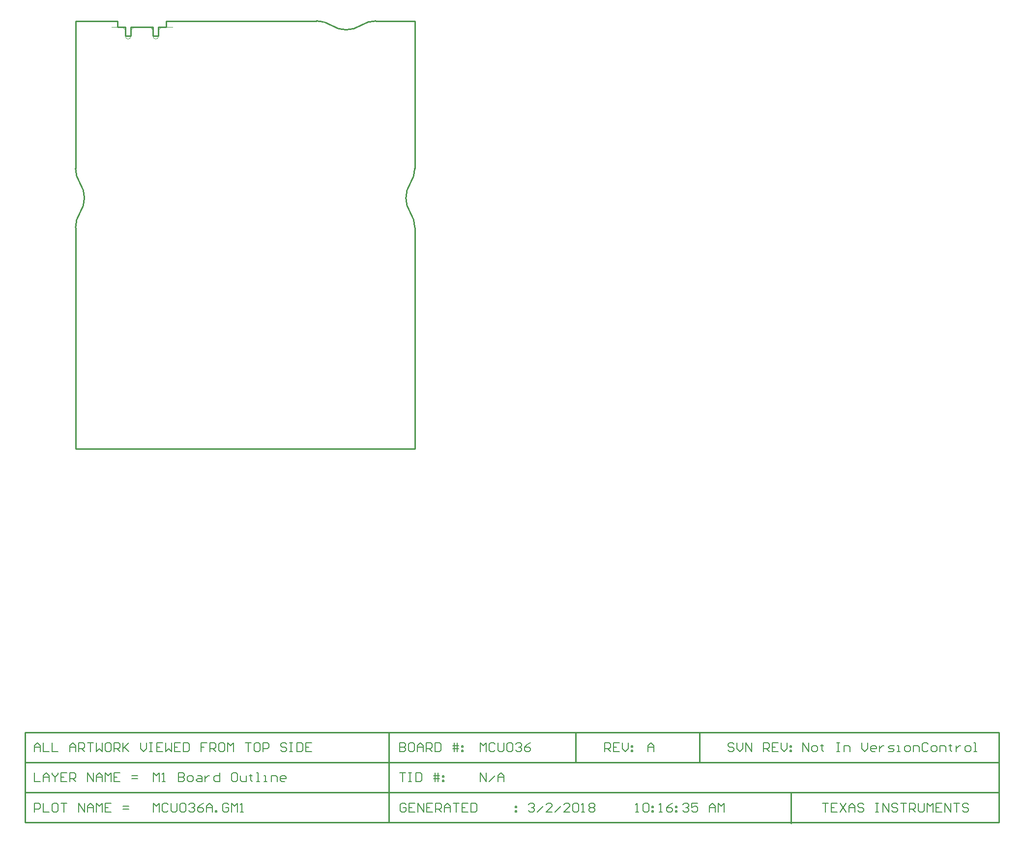
<source format=gm1>
G04 Layer_Color=11296232*
%FSAX25Y25*%
%MOIN*%
G70*
G01*
G75*
%ADD48C,0.01000*%
%ADD49C,0.00800*%
%ADD72C,0.00394*%
G54D48*
X0247700Y0580400D02*
G03*
X0237700Y0583400I-0010000J-0015167D01*
G01*
X0277700D02*
G03*
X0267700Y0580400I0000000J-0018167D01*
G01*
X0247700Y0580400D02*
G03*
X0267700Y0580400I0010000J0015167D01*
G01*
X0077200Y0453400D02*
G03*
X0077200Y0473400I-0015167J0010000D01*
G01*
X0074200Y0483400D02*
G03*
X0077200Y0473400I0018167J0000000D01*
G01*
X0077200Y0453400D02*
G03*
X0074200Y0443400I0015167J-0010000D01*
G01*
X0301200Y0473400D02*
G03*
X0301200Y0453400I0015167J-0010000D01*
G01*
X0304200Y0443400D02*
G03*
X0301200Y0453400I-0018167J0000000D01*
G01*
X0301200Y0473400D02*
G03*
X0304200Y0483400I-0015167J0010000D01*
G01*
Y0293400D02*
Y0443400D01*
X0135700Y0583400D02*
X0237700D01*
X0074200Y0293400D02*
Y0443400D01*
Y0293400D02*
X0304200D01*
X0277700Y0583400D02*
X0304200D01*
X0074200Y0483400D02*
Y0583400D01*
X0304200Y0483400D02*
Y0583400D01*
X0102700Y0579400D02*
Y0583400D01*
X0108000Y0573400D02*
Y0579400D01*
X0102700D02*
X0108000D01*
Y0573400D02*
X0111700D01*
Y0579400D01*
X0126700D01*
Y0573400D02*
Y0579400D01*
Y0573400D02*
X0130400D01*
Y0579400D01*
X0135700D01*
Y0583400D01*
X0074200D02*
X0102700D01*
X0559400Y0039400D02*
Y0059683D01*
X0440500Y0040050D02*
X0700200D01*
Y0101050D01*
X0286500Y0040050D02*
Y0101050D01*
X0040000Y0040050D02*
Y0101050D01*
X0040050Y0040050D02*
X0197600D01*
X0040050D02*
Y0101050D01*
Y0101050D02*
X0700200D01*
X0040000Y0040050D02*
X0440500D01*
X0040000Y0060383D02*
X0700000D01*
X0040000Y0080717D02*
X0700200D01*
X0413200D02*
Y0101050D01*
X0497200Y0080717D02*
Y0101050D01*
G54D49*
X0126900Y0067551D02*
Y0073549D01*
X0128899Y0071549D01*
X0130899Y0073549D01*
Y0067551D01*
X0132898D02*
X0134897D01*
X0133898D01*
Y0073549D01*
X0132898Y0072549D01*
X0143895Y0073549D02*
Y0067551D01*
X0146894D01*
X0147893Y0068550D01*
Y0069550D01*
X0146894Y0070550D01*
X0143895D01*
X0146894D01*
X0147893Y0071549D01*
Y0072549D01*
X0146894Y0073549D01*
X0143895D01*
X0150892Y0067551D02*
X0152892D01*
X0153891Y0068550D01*
Y0070550D01*
X0152892Y0071549D01*
X0150892D01*
X0149893Y0070550D01*
Y0068550D01*
X0150892Y0067551D01*
X0156890Y0071549D02*
X0158890D01*
X0159889Y0070550D01*
Y0067551D01*
X0156890D01*
X0155891Y0068550D01*
X0156890Y0069550D01*
X0159889D01*
X0161889Y0071549D02*
Y0067551D01*
Y0069550D01*
X0162888Y0070550D01*
X0163888Y0071549D01*
X0164888D01*
X0171885Y0073549D02*
Y0067551D01*
X0168886D01*
X0167887Y0068550D01*
Y0070550D01*
X0168886Y0071549D01*
X0171885D01*
X0182882Y0073549D02*
X0180883D01*
X0179883Y0072549D01*
Y0068550D01*
X0180883Y0067551D01*
X0182882D01*
X0183882Y0068550D01*
Y0072549D01*
X0182882Y0073549D01*
X0185881Y0071549D02*
Y0068550D01*
X0186881Y0067551D01*
X0189880D01*
Y0071549D01*
X0192879Y0072549D02*
Y0071549D01*
X0191879D01*
X0193878D01*
X0192879D01*
Y0068550D01*
X0193878Y0067551D01*
X0196877D02*
X0198877D01*
X0197877D01*
Y0073549D01*
X0196877D01*
X0201876Y0067551D02*
X0203875D01*
X0202875D01*
Y0071549D01*
X0201876D01*
X0206874Y0067551D02*
Y0071549D01*
X0209873D01*
X0210873Y0070550D01*
Y0067551D01*
X0215871D02*
X0213872D01*
X0212872Y0068550D01*
Y0070550D01*
X0213872Y0071549D01*
X0215871D01*
X0216871Y0070550D01*
Y0069550D01*
X0212872D01*
X0348550Y0067500D02*
Y0073498D01*
X0352549Y0067500D01*
Y0073498D01*
X0354548Y0067500D02*
X0358547Y0071499D01*
X0360546Y0067500D02*
Y0071499D01*
X0362545Y0073498D01*
X0364545Y0071499D01*
Y0067500D01*
Y0070499D01*
X0360546D01*
X0294000Y0073498D02*
X0297999D01*
X0295999D01*
Y0067500D01*
X0299998Y0073498D02*
X0301997D01*
X0300998D01*
Y0067500D01*
X0299998D01*
X0301997D01*
X0304996Y0073498D02*
Y0067500D01*
X0307996D01*
X0308995Y0068500D01*
Y0072498D01*
X0307996Y0073498D01*
X0304996D01*
X0317992Y0067500D02*
Y0073498D01*
X0319992D02*
Y0067500D01*
X0316993Y0071499D02*
X0319992D01*
X0320991D01*
X0316993Y0069499D02*
X0320991D01*
X0322991Y0071499D02*
X0323990D01*
Y0070499D01*
X0322991D01*
Y0071499D01*
Y0068500D02*
X0323990D01*
Y0067500D01*
X0322991D01*
Y0068500D01*
X0580500Y0052965D02*
X0584499D01*
X0582499D01*
Y0046966D01*
X0590497Y0052965D02*
X0586498D01*
Y0046966D01*
X0590497D01*
X0586498Y0049966D02*
X0588497D01*
X0592496Y0052965D02*
X0596495Y0046966D01*
Y0052965D02*
X0592496Y0046966D01*
X0598494D02*
Y0050965D01*
X0600493Y0052965D01*
X0602493Y0050965D01*
Y0046966D01*
Y0049966D01*
X0598494D01*
X0608491Y0051965D02*
X0607491Y0052965D01*
X0605492D01*
X0604492Y0051965D01*
Y0050965D01*
X0605492Y0049966D01*
X0607491D01*
X0608491Y0048966D01*
Y0047966D01*
X0607491Y0046966D01*
X0605492D01*
X0604492Y0047966D01*
X0616488Y0052965D02*
X0618488D01*
X0617488D01*
Y0046966D01*
X0616488D01*
X0618488D01*
X0621487D02*
Y0052965D01*
X0625486Y0046966D01*
Y0052965D01*
X0631484Y0051965D02*
X0630484Y0052965D01*
X0628484D01*
X0627485Y0051965D01*
Y0050965D01*
X0628484Y0049966D01*
X0630484D01*
X0631484Y0048966D01*
Y0047966D01*
X0630484Y0046966D01*
X0628484D01*
X0627485Y0047966D01*
X0633483Y0052965D02*
X0637482D01*
X0635482D01*
Y0046966D01*
X0639481D02*
Y0052965D01*
X0642480D01*
X0643480Y0051965D01*
Y0049966D01*
X0642480Y0048966D01*
X0639481D01*
X0641480D02*
X0643480Y0046966D01*
X0645479Y0052965D02*
Y0047966D01*
X0646479Y0046966D01*
X0648478D01*
X0649478Y0047966D01*
Y0052965D01*
X0651477Y0046966D02*
Y0052965D01*
X0653476Y0050965D01*
X0655476Y0052965D01*
Y0046966D01*
X0661474Y0052965D02*
X0657475D01*
Y0046966D01*
X0661474D01*
X0657475Y0049966D02*
X0659474D01*
X0663473Y0046966D02*
Y0052965D01*
X0667472Y0046966D01*
Y0052965D01*
X0669471D02*
X0673470D01*
X0671471D01*
Y0046966D01*
X0679468Y0051965D02*
X0678468Y0052965D01*
X0676469D01*
X0675469Y0051965D01*
Y0050965D01*
X0676469Y0049966D01*
X0678468D01*
X0679468Y0048966D01*
Y0047966D01*
X0678468Y0046966D01*
X0676469D01*
X0675469Y0047966D01*
X0454050Y0046966D02*
X0456049D01*
X0455050D01*
Y0052965D01*
X0454050Y0051965D01*
X0459048D02*
X0460048Y0052965D01*
X0462047D01*
X0463047Y0051965D01*
Y0047966D01*
X0462047Y0046966D01*
X0460048D01*
X0459048Y0047966D01*
Y0051965D01*
X0465046Y0050965D02*
X0466046D01*
Y0049966D01*
X0465046D01*
Y0050965D01*
Y0047966D02*
X0466046D01*
Y0046966D01*
X0465046D01*
Y0047966D01*
X0470045Y0046966D02*
X0472044D01*
X0471044D01*
Y0052965D01*
X0470045Y0051965D01*
X0479042Y0052965D02*
X0477043Y0051965D01*
X0475043Y0049966D01*
Y0047966D01*
X0476043Y0046966D01*
X0478042D01*
X0479042Y0047966D01*
Y0048966D01*
X0478042Y0049966D01*
X0475043D01*
X0481041Y0050965D02*
X0482041D01*
Y0049966D01*
X0481041D01*
Y0050965D01*
Y0047966D02*
X0482041D01*
Y0046966D01*
X0481041D01*
Y0047966D01*
X0486040Y0051965D02*
X0487039Y0052965D01*
X0489039D01*
X0490038Y0051965D01*
Y0050965D01*
X0489039Y0049966D01*
X0488039D01*
X0489039D01*
X0490038Y0048966D01*
Y0047966D01*
X0489039Y0046966D01*
X0487039D01*
X0486040Y0047966D01*
X0496036Y0052965D02*
X0492038D01*
Y0049966D01*
X0494037Y0050965D01*
X0495037D01*
X0496036Y0049966D01*
Y0047966D01*
X0495037Y0046966D01*
X0493037D01*
X0492038Y0047966D01*
X0504034Y0046966D02*
Y0050965D01*
X0506033Y0052965D01*
X0508033Y0050965D01*
Y0046966D01*
Y0049966D01*
X0504034D01*
X0510032Y0046966D02*
Y0052965D01*
X0512031Y0050965D01*
X0514031Y0052965D01*
Y0046966D01*
X0046350D02*
Y0052965D01*
X0049349D01*
X0050349Y0051965D01*
Y0049966D01*
X0049349Y0048966D01*
X0046350D01*
X0052348Y0052965D02*
Y0046966D01*
X0056347D01*
X0061345Y0052965D02*
X0059346D01*
X0058346Y0051965D01*
Y0047966D01*
X0059346Y0046966D01*
X0061345D01*
X0062345Y0047966D01*
Y0051965D01*
X0061345Y0052965D01*
X0064344D02*
X0068343D01*
X0066343D01*
Y0046966D01*
X0076340D02*
Y0052965D01*
X0080339Y0046966D01*
Y0052965D01*
X0082338Y0046966D02*
Y0050965D01*
X0084338Y0052965D01*
X0086337Y0050965D01*
Y0046966D01*
Y0049966D01*
X0082338D01*
X0088336Y0046966D02*
Y0052965D01*
X0090336Y0050965D01*
X0092335Y0052965D01*
Y0046966D01*
X0098333Y0052965D02*
X0094335D01*
Y0046966D01*
X0098333D01*
X0094335Y0049966D02*
X0096334D01*
X0106331Y0048966D02*
X0110329D01*
X0106331Y0050965D02*
X0110329D01*
X0046350Y0073549D02*
Y0067551D01*
X0050349D01*
X0052348D02*
Y0071549D01*
X0054347Y0073549D01*
X0056347Y0071549D01*
Y0067551D01*
Y0070550D01*
X0052348D01*
X0058346Y0073549D02*
Y0072549D01*
X0060346Y0070550D01*
X0062345Y0072549D01*
Y0073549D01*
X0060346Y0070550D02*
Y0067551D01*
X0068343Y0073549D02*
X0064344D01*
Y0067551D01*
X0068343D01*
X0064344Y0070550D02*
X0066343D01*
X0070342Y0067551D02*
Y0073549D01*
X0073341D01*
X0074341Y0072549D01*
Y0070550D01*
X0073341Y0069550D01*
X0070342D01*
X0072342D02*
X0074341Y0067551D01*
X0082338D02*
Y0073549D01*
X0086337Y0067551D01*
Y0073549D01*
X0088336Y0067551D02*
Y0071549D01*
X0090336Y0073549D01*
X0092335Y0071549D01*
Y0067551D01*
Y0070550D01*
X0088336D01*
X0094335Y0067551D02*
Y0073549D01*
X0096334Y0071549D01*
X0098333Y0073549D01*
Y0067551D01*
X0104331Y0073549D02*
X0100332D01*
Y0067551D01*
X0104331D01*
X0100332Y0070550D02*
X0102332D01*
X0112329Y0069550D02*
X0116327D01*
X0112329Y0071549D02*
X0116327D01*
X0294000Y0093831D02*
Y0087833D01*
X0296999D01*
X0297999Y0088833D01*
Y0089833D01*
X0296999Y0090832D01*
X0294000D01*
X0296999D01*
X0297999Y0091832D01*
Y0092832D01*
X0296999Y0093831D01*
X0294000D01*
X0302997D02*
X0300998D01*
X0299998Y0092832D01*
Y0088833D01*
X0300998Y0087833D01*
X0302997D01*
X0303997Y0088833D01*
Y0092832D01*
X0302997Y0093831D01*
X0305996Y0087833D02*
Y0091832D01*
X0307996Y0093831D01*
X0309995Y0091832D01*
Y0087833D01*
Y0090832D01*
X0305996D01*
X0311994Y0087833D02*
Y0093831D01*
X0314993D01*
X0315993Y0092832D01*
Y0090832D01*
X0314993Y0089833D01*
X0311994D01*
X0313994D02*
X0315993Y0087833D01*
X0317992Y0093831D02*
Y0087833D01*
X0320991D01*
X0321991Y0088833D01*
Y0092832D01*
X0320991Y0093831D01*
X0317992D01*
X0330988Y0087833D02*
Y0093831D01*
X0332987D02*
Y0087833D01*
X0329988Y0091832D02*
X0332987D01*
X0333987D01*
X0329988Y0089833D02*
X0333987D01*
X0335986Y0091832D02*
X0336986D01*
Y0090832D01*
X0335986D01*
Y0091832D01*
Y0088833D02*
X0336986D01*
Y0087833D01*
X0335986D01*
Y0088833D01*
X0348550Y0087833D02*
Y0093831D01*
X0350549Y0091832D01*
X0352549Y0093831D01*
Y0087833D01*
X0358547Y0092832D02*
X0357547Y0093831D01*
X0355548D01*
X0354548Y0092832D01*
Y0088833D01*
X0355548Y0087833D01*
X0357547D01*
X0358547Y0088833D01*
X0360546Y0093831D02*
Y0088833D01*
X0361546Y0087833D01*
X0363545D01*
X0364545Y0088833D01*
Y0093831D01*
X0366544Y0092832D02*
X0367544Y0093831D01*
X0369543D01*
X0370543Y0092832D01*
Y0088833D01*
X0369543Y0087833D01*
X0367544D01*
X0366544Y0088833D01*
Y0092832D01*
X0372542D02*
X0373542Y0093831D01*
X0375541D01*
X0376541Y0092832D01*
Y0091832D01*
X0375541Y0090832D01*
X0374542D01*
X0375541D01*
X0376541Y0089833D01*
Y0088833D01*
X0375541Y0087833D01*
X0373542D01*
X0372542Y0088833D01*
X0382539Y0093831D02*
X0380540Y0092832D01*
X0378540Y0090832D01*
Y0088833D01*
X0379540Y0087833D01*
X0381539D01*
X0382539Y0088833D01*
Y0089833D01*
X0381539Y0090832D01*
X0378540D01*
X0462150Y0087833D02*
Y0091832D01*
X0464149Y0093831D01*
X0466149Y0091832D01*
Y0087833D01*
Y0090832D01*
X0462150D01*
X0046350Y0087833D02*
Y0091832D01*
X0048349Y0093831D01*
X0050349Y0091832D01*
Y0087833D01*
Y0090832D01*
X0046350D01*
X0052348Y0093831D02*
Y0087833D01*
X0056347D01*
X0058346Y0093831D02*
Y0087833D01*
X0062345D01*
X0070342D02*
Y0091832D01*
X0072342Y0093831D01*
X0074341Y0091832D01*
Y0087833D01*
Y0090832D01*
X0070342D01*
X0076340Y0087833D02*
Y0093831D01*
X0079339D01*
X0080339Y0092832D01*
Y0090832D01*
X0079339Y0089833D01*
X0076340D01*
X0078340D02*
X0080339Y0087833D01*
X0082338Y0093831D02*
X0086337D01*
X0084338D01*
Y0087833D01*
X0088336Y0093831D02*
Y0087833D01*
X0090336Y0089833D01*
X0092335Y0087833D01*
Y0093831D01*
X0097334D02*
X0095334D01*
X0094335Y0092832D01*
Y0088833D01*
X0095334Y0087833D01*
X0097334D01*
X0098333Y0088833D01*
Y0092832D01*
X0097334Y0093831D01*
X0100332Y0087833D02*
Y0093831D01*
X0103332D01*
X0104331Y0092832D01*
Y0090832D01*
X0103332Y0089833D01*
X0100332D01*
X0102332D02*
X0104331Y0087833D01*
X0106331Y0093831D02*
Y0087833D01*
Y0089833D01*
X0110329Y0093831D01*
X0107330Y0090832D01*
X0110329Y0087833D01*
X0118327Y0093831D02*
Y0089833D01*
X0120326Y0087833D01*
X0122325Y0089833D01*
Y0093831D01*
X0124325D02*
X0126324D01*
X0125324D01*
Y0087833D01*
X0124325D01*
X0126324D01*
X0133322Y0093831D02*
X0129323D01*
Y0087833D01*
X0133322D01*
X0129323Y0090832D02*
X0131323D01*
X0135321Y0093831D02*
Y0087833D01*
X0137321Y0089833D01*
X0139320Y0087833D01*
Y0093831D01*
X0145318D02*
X0141319D01*
Y0087833D01*
X0145318D01*
X0141319Y0090832D02*
X0143319D01*
X0147317Y0093831D02*
Y0087833D01*
X0150316D01*
X0151316Y0088833D01*
Y0092832D01*
X0150316Y0093831D01*
X0147317D01*
X0163312D02*
X0159313D01*
Y0090832D01*
X0161313D01*
X0159313D01*
Y0087833D01*
X0165312D02*
Y0093831D01*
X0168310D01*
X0169310Y0092832D01*
Y0090832D01*
X0168310Y0089833D01*
X0165312D01*
X0167311D02*
X0169310Y0087833D01*
X0174309Y0093831D02*
X0172309D01*
X0171310Y0092832D01*
Y0088833D01*
X0172309Y0087833D01*
X0174309D01*
X0175308Y0088833D01*
Y0092832D01*
X0174309Y0093831D01*
X0177308Y0087833D02*
Y0093831D01*
X0179307Y0091832D01*
X0181306Y0093831D01*
Y0087833D01*
X0189304Y0093831D02*
X0193303D01*
X0191303D01*
Y0087833D01*
X0198301Y0093831D02*
X0196301D01*
X0195302Y0092832D01*
Y0088833D01*
X0196301Y0087833D01*
X0198301D01*
X0199301Y0088833D01*
Y0092832D01*
X0198301Y0093831D01*
X0201300Y0087833D02*
Y0093831D01*
X0204299D01*
X0205299Y0092832D01*
Y0090832D01*
X0204299Y0089833D01*
X0201300D01*
X0217295Y0092832D02*
X0216295Y0093831D01*
X0214296D01*
X0213296Y0092832D01*
Y0091832D01*
X0214296Y0090832D01*
X0216295D01*
X0217295Y0089833D01*
Y0088833D01*
X0216295Y0087833D01*
X0214296D01*
X0213296Y0088833D01*
X0219294Y0093831D02*
X0221293D01*
X0220294D01*
Y0087833D01*
X0219294D01*
X0221293D01*
X0224292Y0093831D02*
Y0087833D01*
X0227291D01*
X0228291Y0088833D01*
Y0092832D01*
X0227291Y0093831D01*
X0224292D01*
X0234289D02*
X0230291D01*
Y0087833D01*
X0234289D01*
X0230291Y0090832D02*
X0232290D01*
X0298199Y0051965D02*
X0297199Y0052965D01*
X0295200D01*
X0294200Y0051965D01*
Y0047966D01*
X0295200Y0046966D01*
X0297199D01*
X0298199Y0047966D01*
Y0049966D01*
X0296199D01*
X0304197Y0052965D02*
X0300198D01*
Y0046966D01*
X0304197D01*
X0300198Y0049966D02*
X0302197D01*
X0306196Y0046966D02*
Y0052965D01*
X0310195Y0046966D01*
Y0052965D01*
X0316193D02*
X0312194D01*
Y0046966D01*
X0316193D01*
X0312194Y0049966D02*
X0314194D01*
X0318192Y0046966D02*
Y0052965D01*
X0321191D01*
X0322191Y0051965D01*
Y0049966D01*
X0321191Y0048966D01*
X0318192D01*
X0320192D02*
X0322191Y0046966D01*
X0324190D02*
Y0050965D01*
X0326190Y0052965D01*
X0328189Y0050965D01*
Y0046966D01*
Y0049966D01*
X0324190D01*
X0330188Y0052965D02*
X0334187D01*
X0332188D01*
Y0046966D01*
X0340185Y0052965D02*
X0336186D01*
Y0046966D01*
X0340185D01*
X0336186Y0049966D02*
X0338186D01*
X0342184Y0052965D02*
Y0046966D01*
X0345183D01*
X0346183Y0047966D01*
Y0051965D01*
X0345183Y0052965D01*
X0342184D01*
X0372175Y0050965D02*
X0373175D01*
Y0049966D01*
X0372175D01*
Y0050965D01*
Y0047966D02*
X0373175D01*
Y0046966D01*
X0372175D01*
Y0047966D01*
X0381150Y0051965D02*
X0382150Y0052965D01*
X0384149D01*
X0385149Y0051965D01*
Y0050965D01*
X0384149Y0049966D01*
X0383149D01*
X0384149D01*
X0385149Y0048966D01*
Y0047966D01*
X0384149Y0046966D01*
X0382150D01*
X0381150Y0047966D01*
X0387148Y0046966D02*
X0391147Y0050965D01*
X0397145Y0046966D02*
X0393146D01*
X0397145Y0050965D01*
Y0051965D01*
X0396145Y0052965D01*
X0394146D01*
X0393146Y0051965D01*
X0399144Y0046966D02*
X0403143Y0050965D01*
X0409141Y0046966D02*
X0405142D01*
X0409141Y0050965D01*
Y0051965D01*
X0408141Y0052965D01*
X0406142D01*
X0405142Y0051965D01*
X0411140D02*
X0412140Y0052965D01*
X0414139D01*
X0415139Y0051965D01*
Y0047966D01*
X0414139Y0046966D01*
X0412140D01*
X0411140Y0047966D01*
Y0051965D01*
X0417138Y0046966D02*
X0419138D01*
X0418138D01*
Y0052965D01*
X0417138Y0051965D01*
X0422137D02*
X0423136Y0052965D01*
X0425136D01*
X0426135Y0051965D01*
Y0050965D01*
X0425136Y0049966D01*
X0426135Y0048966D01*
Y0047966D01*
X0425136Y0046966D01*
X0423136D01*
X0422137Y0047966D01*
Y0048966D01*
X0423136Y0049966D01*
X0422137Y0050965D01*
Y0051965D01*
X0423136Y0049966D02*
X0425136D01*
X0126900Y0046966D02*
Y0052965D01*
X0128899Y0050965D01*
X0130899Y0052965D01*
Y0046966D01*
X0136897Y0051965D02*
X0135897Y0052965D01*
X0133898D01*
X0132898Y0051965D01*
Y0047966D01*
X0133898Y0046966D01*
X0135897D01*
X0136897Y0047966D01*
X0138896Y0052965D02*
Y0047966D01*
X0139896Y0046966D01*
X0141895D01*
X0142895Y0047966D01*
Y0052965D01*
X0144894Y0051965D02*
X0145894Y0052965D01*
X0147893D01*
X0148893Y0051965D01*
Y0047966D01*
X0147893Y0046966D01*
X0145894D01*
X0144894Y0047966D01*
Y0051965D01*
X0150892D02*
X0151892Y0052965D01*
X0153891D01*
X0154891Y0051965D01*
Y0050965D01*
X0153891Y0049966D01*
X0152892D01*
X0153891D01*
X0154891Y0048966D01*
Y0047966D01*
X0153891Y0046966D01*
X0151892D01*
X0150892Y0047966D01*
X0160889Y0052965D02*
X0158890Y0051965D01*
X0156890Y0049966D01*
Y0047966D01*
X0157890Y0046966D01*
X0159889D01*
X0160889Y0047966D01*
Y0048966D01*
X0159889Y0049966D01*
X0156890D01*
X0162888Y0046966D02*
Y0050965D01*
X0164888Y0052965D01*
X0166887Y0050965D01*
Y0046966D01*
Y0049966D01*
X0162888D01*
X0168886Y0046966D02*
Y0047966D01*
X0169886D01*
Y0046966D01*
X0168886D01*
X0177884Y0051965D02*
X0176884Y0052965D01*
X0174884D01*
X0173885Y0051965D01*
Y0047966D01*
X0174884Y0046966D01*
X0176884D01*
X0177884Y0047966D01*
Y0049966D01*
X0175884D01*
X0179883Y0046966D02*
Y0052965D01*
X0181882Y0050965D01*
X0183882Y0052965D01*
Y0046966D01*
X0185881D02*
X0187880D01*
X0186881D01*
Y0052965D01*
X0185881Y0051965D01*
X0433000Y0087833D02*
Y0093831D01*
X0435999D01*
X0436999Y0092832D01*
Y0090832D01*
X0435999Y0089833D01*
X0433000D01*
X0434999D02*
X0436999Y0087833D01*
X0442997Y0093831D02*
X0438998D01*
Y0087833D01*
X0442997D01*
X0438998Y0090832D02*
X0440997D01*
X0444996Y0093831D02*
Y0089833D01*
X0446995Y0087833D01*
X0448995Y0089833D01*
Y0093831D01*
X0450994Y0091832D02*
X0451994D01*
Y0090832D01*
X0450994D01*
Y0091832D01*
Y0088833D02*
X0451994D01*
Y0087833D01*
X0450994D01*
Y0088833D01*
X0520799Y0092832D02*
X0519799Y0093831D01*
X0517800D01*
X0516800Y0092832D01*
Y0091832D01*
X0517800Y0090832D01*
X0519799D01*
X0520799Y0089833D01*
Y0088833D01*
X0519799Y0087833D01*
X0517800D01*
X0516800Y0088833D01*
X0522798Y0093831D02*
Y0089833D01*
X0524797Y0087833D01*
X0526797Y0089833D01*
Y0093831D01*
X0528796Y0087833D02*
Y0093831D01*
X0532795Y0087833D01*
Y0093831D01*
X0540792Y0087833D02*
Y0093831D01*
X0543791D01*
X0544791Y0092832D01*
Y0090832D01*
X0543791Y0089833D01*
X0540792D01*
X0542792D02*
X0544791Y0087833D01*
X0550789Y0093831D02*
X0546790D01*
Y0087833D01*
X0550789D01*
X0546790Y0090832D02*
X0548790D01*
X0552788Y0093831D02*
Y0089833D01*
X0554788Y0087833D01*
X0556787Y0089833D01*
Y0093831D01*
X0558786Y0091832D02*
X0559786D01*
Y0090832D01*
X0558786D01*
Y0091832D01*
Y0088833D02*
X0559786D01*
Y0087833D01*
X0558786D01*
Y0088833D01*
X0567400Y0087833D02*
Y0093831D01*
X0571399Y0087833D01*
Y0093831D01*
X0574398Y0087833D02*
X0576397D01*
X0577397Y0088833D01*
Y0090832D01*
X0576397Y0091832D01*
X0574398D01*
X0573398Y0090832D01*
Y0088833D01*
X0574398Y0087833D01*
X0580396Y0092832D02*
Y0091832D01*
X0579396D01*
X0581395D01*
X0580396D01*
Y0088833D01*
X0581395Y0087833D01*
X0590393Y0093831D02*
X0592392D01*
X0591392D01*
Y0087833D01*
X0590393D01*
X0592392D01*
X0595391D02*
Y0091832D01*
X0598390D01*
X0599390Y0090832D01*
Y0087833D01*
X0607387Y0093831D02*
Y0089833D01*
X0609386Y0087833D01*
X0611386Y0089833D01*
Y0093831D01*
X0616384Y0087833D02*
X0614385D01*
X0613385Y0088833D01*
Y0090832D01*
X0614385Y0091832D01*
X0616384D01*
X0617384Y0090832D01*
Y0089833D01*
X0613385D01*
X0619383Y0091832D02*
Y0087833D01*
Y0089833D01*
X0620383Y0090832D01*
X0621383Y0091832D01*
X0622382D01*
X0625381Y0087833D02*
X0628380D01*
X0629380Y0088833D01*
X0628380Y0089833D01*
X0626381D01*
X0625381Y0090832D01*
X0626381Y0091832D01*
X0629380D01*
X0631379Y0087833D02*
X0633379D01*
X0632379D01*
Y0091832D01*
X0631379D01*
X0637377Y0087833D02*
X0639377D01*
X0640376Y0088833D01*
Y0090832D01*
X0639377Y0091832D01*
X0637377D01*
X0636378Y0090832D01*
Y0088833D01*
X0637377Y0087833D01*
X0642376D02*
Y0091832D01*
X0645375D01*
X0646374Y0090832D01*
Y0087833D01*
X0652373Y0092832D02*
X0651373Y0093831D01*
X0649373D01*
X0648374Y0092832D01*
Y0088833D01*
X0649373Y0087833D01*
X0651373D01*
X0652373Y0088833D01*
X0655372Y0087833D02*
X0657371D01*
X0658371Y0088833D01*
Y0090832D01*
X0657371Y0091832D01*
X0655372D01*
X0654372Y0090832D01*
Y0088833D01*
X0655372Y0087833D01*
X0660370D02*
Y0091832D01*
X0663369D01*
X0664369Y0090832D01*
Y0087833D01*
X0667368Y0092832D02*
Y0091832D01*
X0666368D01*
X0668367D01*
X0667368D01*
Y0088833D01*
X0668367Y0087833D01*
X0671366Y0091832D02*
Y0087833D01*
Y0089833D01*
X0672366Y0090832D01*
X0673366Y0091832D01*
X0674365D01*
X0678364Y0087833D02*
X0680364D01*
X0681363Y0088833D01*
Y0090832D01*
X0680364Y0091832D01*
X0678364D01*
X0677364Y0090832D01*
Y0088833D01*
X0678364Y0087833D01*
X0683362D02*
X0685362D01*
X0684362D01*
Y0093831D01*
X0683362D01*
G54D72*
X0108078Y0572904D02*
G03*
X0111621Y0572904I0001772J0000000D01*
G01*
X0126779D02*
G03*
X0130322Y0572904I0001772J0000000D01*
G01*
X0130322Y0577431D02*
X0132291Y0579400D01*
X0106109D02*
X0108078Y0577431D01*
X0111621D02*
X0113590Y0579400D01*
X0113688D01*
X0124810D02*
X0126779Y0577431D01*
X0124712Y0579400D02*
X0124810D01*
X0098531D02*
X0106109D01*
X0108078Y0572904D02*
Y0577431D01*
X0111621Y0572904D02*
Y0577431D01*
X0132291Y0579400D02*
X0139869D01*
X0130322Y0572904D02*
Y0577431D01*
X0126779Y0572904D02*
Y0577431D01*
X0113688Y0579400D02*
X0124712D01*
M02*

</source>
